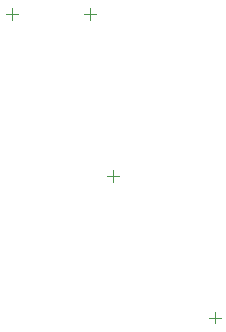
<source format=gbr>
G04*
G04 #@! TF.GenerationSoftware,Altium Limited,Altium Designer,23.10.1 (27)*
G04*
G04 Layer_Color=32896*
%FSLAX42Y42*%
%MOMM*%
G71*
G04*
G04 #@! TF.SameCoordinates,D45A84C9-24EE-431E-81B0-E16C7BED9CBD*
G04*
G04*
G04 #@! TF.FilePolarity,Positive*
G04*
G01*
G75*
%ADD98C,0.10*%
D98*
X3152Y-2758D02*
Y-2658D01*
X3102Y-2708D02*
X3202D01*
X1385Y-139D02*
X1485D01*
X1435Y-189D02*
Y-89D01*
X2045Y-140D02*
X2145D01*
X2095Y-190D02*
Y-90D01*
X2293Y-1561D02*
Y-1461D01*
X2243Y-1511D02*
X2343D01*
M02*

</source>
